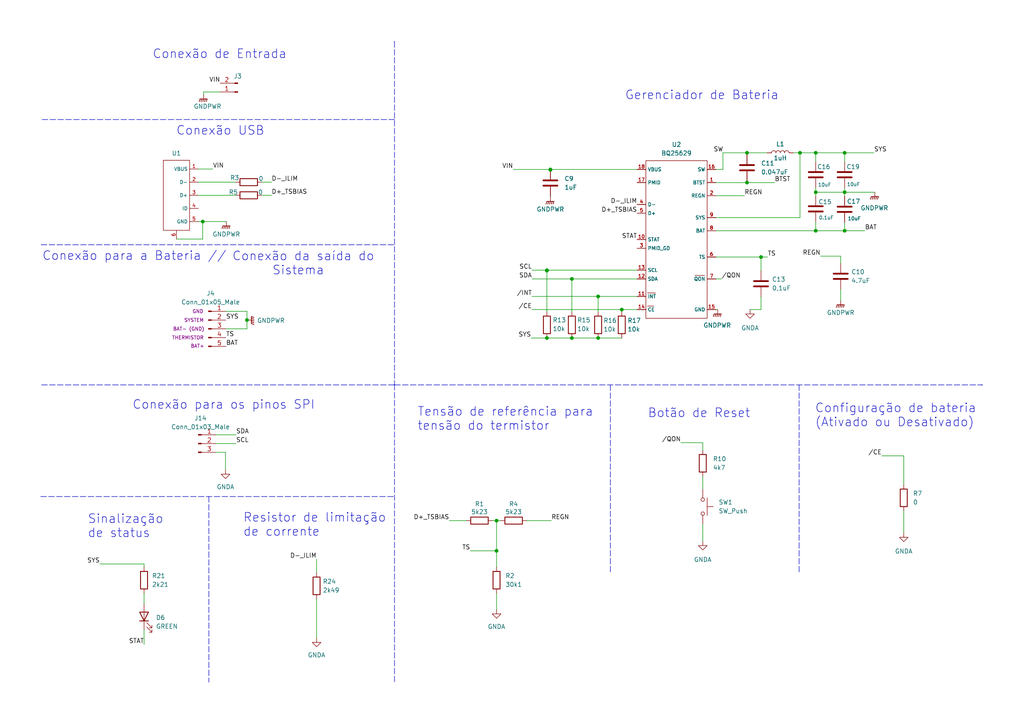
<source format=kicad_sch>
(kicad_sch (version 20211123) (generator eeschema)
  (paper "A4")
  (lib_symbols
    (symbol "Connector:Conn_01x02_Male" (pin_names (offset 1.016) hide)
      (property "Reference" "J" (at 0 2.54 0))
      (property "Value" "Conn_01x02_Male" (at 0 -5.08 0))
      (symbol "Conn_01x02_Male_1_1"
        (polyline (pts (xy 1.27 -2.54) (xy 0.8636 -2.54)) (stroke (width 0.1524)))
        (polyline (pts (xy 1.27 0) (xy 0.8636 0)) (stroke (width 0.1524)))
        (rectangle (start 0.8636 -2.413) (end 0 -2.667) (stroke (width 0.1524)) (fill (type outline)))
        (rectangle (start 0.8636 0.127) (end 0 -0.127) (stroke (width 0.1524)) (fill (type outline)))
        (pin passive line (at 5.08 0 180) (length 3.81) (name "Pin_1") (number "1"))
        (pin passive line (at 5.08 -2.54 180) (length 3.81) (name "Pin_2") (number "2"))
      )
    )
    (symbol "Connector:Conn_01x03_Male" (pin_names (offset 1.016) hide)
      (property "Reference" "J" (at 0 5.08 0))
      (property "Value" "Conn_01x03_Male" (at 0 -5.08 0))
      (symbol "Conn_01x03_Male_1_1"
        (polyline (pts (xy 1.27 -2.54) (xy 0.8636 -2.54)) (stroke (width 0.1524)))
        (polyline (pts (xy 1.27 0) (xy 0.8636 0)) (stroke (width 0.1524)))
        (polyline (pts (xy 1.27 2.54) (xy 0.8636 2.54)) (stroke (width 0.1524)))
        (rectangle (start 0.8636 -2.413) (end 0 -2.667) (stroke (width 0.1524)) (fill (type outline)))
        (rectangle (start 0.8636 0.127) (end 0 -0.127) (stroke (width 0.1524)) (fill (type outline)))
        (rectangle (start 0.8636 2.667) (end 0 2.413) (stroke (width 0.1524)) (fill (type outline)))
        (pin passive line (at 5.08 2.54 180) (length 3.81) (name "Pin_1") (number "1"))
        (pin passive line (at 5.08 0 180) (length 3.81) (name "Pin_2") (number "2"))
        (pin passive line (at 5.08 -2.54 180) (length 3.81) (name "Pin_3") (number "3"))
      )
    )
    (symbol "Connector:Conn_01x05_Male" (pin_names (offset 1.016) hide)
      (property "Reference" "J" (at 0 7.62 0))
      (property "Value" "Conn_01x05_Male" (at 0 -7.62 0))
      (symbol "Conn_01x05_Male_1_1"
        (polyline (pts (xy 1.27 -5.08) (xy 0.8636 -5.08)) (stroke (width 0.1524)))
        (polyline (pts (xy 1.27 -2.54) (xy 0.8636 -2.54)) (stroke (width 0.1524)))
        (polyline (pts (xy 1.27 0) (xy 0.8636 0)) (stroke (width 0.1524)))
        (polyline (pts (xy 1.27 2.54) (xy 0.8636 2.54)) (stroke (width 0.1524)))
        (polyline (pts (xy 1.27 5.08) (xy 0.8636 5.08)) (stroke (width 0.1524)))
        (rectangle (start 0.8636 -4.953) (end 0 -5.207) (stroke (width 0.1524)) (fill (type outline)))
        (rectangle (start 0.8636 -2.413) (end 0 -2.667) (stroke (width 0.1524)) (fill (type outline)))
        (rectangle (start 0.8636 0.127) (end 0 -0.127) (stroke (width 0.1524)) (fill (type outline)))
        (rectangle (start 0.8636 2.667) (end 0 2.413) (stroke (width 0.1524)) (fill (type outline)))
        (rectangle (start 0.8636 5.207) (end 0 4.953) (stroke (width 0.1524)) (fill (type outline)))
        (pin passive line (at 5.08 5.08 180) (length 3.81) (name "Pin_1") (number "1"))
        (pin passive line (at 5.08 2.54 180) (length 3.81) (name "Pin_2") (number "2"))
        (pin passive line (at 5.08 0 180) (length 3.81) (name "Pin_3") (number "3"))
        (pin passive line (at 5.08 -2.54 180) (length 3.81) (name "Pin_4") (number "4"))
        (pin passive line (at 5.08 -5.08 180) (length 3.81) (name "Pin_5") (number "5"))
      )
    )
    (symbol "Device:C" (pin_numbers hide) (pin_names (offset 0.254))
      (property "Reference" "C" (at 0.635 2.54 0))
      (property "Value" "C" (at 0.635 -2.54 0))
      (symbol "C_0_1"
        (polyline (pts (xy -2.032 -0.762) (xy 2.032 -0.762)) (stroke (width 0.508)))
        (polyline (pts (xy -2.032 0.762) (xy 2.032 0.762)) (stroke (width 0.508)))
      )
      (symbol "C_1_1"
        (pin passive line (at 0 3.81 270) (length 2.794) (name "~") (number "1"))
        (pin passive line (at 0 -3.81 90) (length 2.794) (name "~") (number "2"))
      )
    )
    (symbol "Device:L" (pin_numbers hide) (pin_names (offset 1.016) hide)
      (property "Reference" "L" (at -1.27 0 90))
      (property "Value" "L" (at 1.905 0 90))
      (symbol "L_0_1"
        (arc (start 0 -2.54) (mid 0.635 -1.905) (end 0 -1.27))
        (arc (start 0 -1.27) (mid 0.635 -0.635) (end 0 0))
        (arc (start 0 0) (mid 0.635 0.635) (end 0 1.27))
        (arc (start 0 1.27) (mid 0.635 1.905) (end 0 2.54))
      )
      (symbol "L_1_1"
        (pin passive line (at 0 3.81 270) (length 1.27) (name "1") (number "1"))
        (pin passive line (at 0 -3.81 90) (length 1.27) (name "2") (number "2"))
      )
    )
    (symbol "Device:LED" (pin_numbers hide) (pin_names (offset 1.016) hide)
      (property "Reference" "D" (at 0 2.54 0))
      (property "Value" "LED" (at 0 -2.54 0))
      (symbol "LED_0_1"
        (polyline (pts (xy -1.27 -1.27) (xy -1.27 1.27)) (stroke (width 0.254)))
        (polyline (pts (xy -1.27 0) (xy 1.27 0)))
        (polyline (pts (xy 1.27 -1.27) (xy 1.27 1.27) (xy -1.27 0) (xy 1.27 -1.27)) (stroke (width 0.254)))
        (polyline (pts (xy -3.048 -0.762) (xy -4.572 -2.286) (xy -3.81 -2.286) (xy -4.572 -2.286) (xy -4.572 -1.524)))
        (polyline (pts (xy -1.778 -0.762) (xy -3.302 -2.286) (xy -2.54 -2.286) (xy -3.302 -2.286) (xy -3.302 -1.524)))
      )
      (symbol "LED_1_1"
        (pin passive line (at -3.81 0 0) (length 2.54) (name "K") (number "1"))
        (pin passive line (at 3.81 0 180) (length 2.54) (name "A") (number "2"))
      )
    )
    (symbol "Device:R" (pin_numbers hide) (pin_names (offset 0))
      (property "Reference" "R" (at 2.032 0 90))
      (property "Value" "R" (at 0 0 90))
      (symbol "R_0_1"
        (rectangle (start -1.016 -2.54) (end 1.016 2.54) (stroke (width 0.254)))
      )
      (symbol "R_1_1"
        (pin passive line (at 0 3.81 270) (length 1.27) (name "~") (number "1"))
        (pin passive line (at 0 -3.81 90) (length 1.27) (name "~") (number "2"))
      )
    )
    (symbol "Switch:SW_Push" (pin_numbers hide) (pin_names (offset 1.016) hide)
      (property "Reference" "SW" (at 1.27 2.54 0))
      (property "Value" "SW_Push" (at 0 -1.524 0))
      (symbol "SW_Push_0_1"
        (circle (center -2.032 0) (radius 0.508))
        (polyline (pts (xy 0 1.27) (xy 0 3.048)))
        (polyline (pts (xy 2.54 1.27) (xy -2.54 1.27)))
        (circle (center 2.032 0) (radius 0.508))
        (pin passive line (at -5.08 0 0) (length 2.54) (name "1") (number "1"))
        (pin passive line (at 5.08 0 180) (length 2.54) (name "2") (number "2"))
      )
    )
    (symbol "gerenciador_de_bateria_simbolos:BQ25629"
      (property "Reference" "U" (at 0 2.54 0))
      (property "Value" "BQ25629" (at 0 0 0))
      (symbol "BQ25629_0_1"
        (rectangle (start -8.89 -2.54) (end 8.89 -48.26))
        (polyline (pts (xy -8.382 -44.704) (xy -6.604 -44.704)))
        (polyline (pts (xy -8.382 -40.894) (xy -6.096 -40.894)))
        (polyline (pts (xy 5.334 -35.814) (xy 8.128 -35.814)))
      )
      (symbol "BQ25629_1_1"
        (pin input line (at 11.43 -8.89 180) (length 2.54) (name "BTST") (number "1"))
        (pin input line (at -11.43 -25.4 0) (length 2.54) (name "STAT") (number "10"))
        (pin input line (at -11.43 -41.91 0) (length 2.54) (name "INT") (number "11"))
        (pin input line (at -11.43 -36.83 0) (length 2.54) (name "SDA") (number "12"))
        (pin input line (at -11.43 -34.29 0) (length 2.54) (name "SCL") (number "13"))
        (pin input line (at -11.43 -45.72 0) (length 2.54) (name "CE") (number "14"))
        (pin input line (at 11.43 -45.72 180) (length 2.54) (name "GND") (number "15"))
        (pin input line (at 11.43 -5.08 180) (length 2.54) (name "SW") (number "16"))
        (pin input line (at -11.43 -8.89 0) (length 2.54) (name "PMID") (number "17"))
        (pin input line (at -11.43 -5.08 0) (length 2.54) (name "VBUS") (number "18"))
        (pin input line (at 11.43 -12.7 180) (length 2.54) (name "REGN") (number "2"))
        (pin input line (at -11.43 -27.94 0) (length 2.54) (name "PMID_GD") (number "3"))
        (pin bidirectional line (at -11.43 -15.24 0) (length 2.54) (name "D-") (number "4"))
        (pin bidirectional line (at -11.43 -17.78 0) (length 2.54) (name "D+") (number "5"))
        (pin input line (at 11.43 -30.48 180) (length 2.54) (name "TS") (number "6"))
        (pin input line (at 11.43 -36.83 180) (length 2.54) (name "QON") (number "7"))
        (pin input line (at 11.43 -22.86 180) (length 2.54) (name "BAT") (number "8"))
        (pin input line (at 11.43 -19.05 180) (length 2.54) (name "SYS") (number "9"))
      )
    )
    (symbol "gerenciador_de_bateria_simbolos:USB_BQ25629"
      (property "Reference" "U" (at -3.81 -1.27 0))
      (symbol "USB_BQ25629_0_1"
        (rectangle (start -3.81 -2.54) (end 3.81 -22.86))
      )
      (symbol "USB_BQ25629_1_1"
        (pin input line (at 6.35 -5.08 180) (length 2.54) (name "VBUS") (number "1"))
        (pin input line (at 6.35 -8.89 180) (length 2.54) (name "D-") (number "2"))
        (pin input line (at 6.35 -12.7 180) (length 2.54) (name "D+") (number "3"))
        (pin input line (at 6.35 -16.51 180) (length 2.54) (name "ID") (number "4"))
        (pin input line (at 6.35 -20.32 180) (length 2.54) (name "GND") (number "5"))
        (pin input line (at 0 -25.4 90) (length 2.54) (name "") (number "6"))
      )
    )
    (symbol "power:GNDA" (power) (pin_names (offset 0))
      (property "Value" "GNDA" (at 0 -3.81 0))
      (symbol "GNDA_0_1"
        (polyline (pts (xy 0 0) (xy 0 -1.27) (xy 1.27 -1.27) (xy 0 -2.54) (xy -1.27 -1.27) (xy 0 -1.27)))
      )
      (symbol "GNDA_1_1"
        (pin power_in line (at 0 0 270) (length 0) hide (name "GNDA") (number "1"))
      )
    )
    (symbol "power:GNDPWR" (power) (pin_names (offset 0))
      (property "Value" "GNDPWR" (at 0 -3.302 0))
      (symbol "GNDPWR_0_1"
        (polyline (pts (xy 0 -1.27) (xy 0 0)))
        (polyline (pts (xy -1.016 -1.27) (xy -1.27 -2.032) (xy -1.27 -2.032)) (stroke (width 0.2032)))
        (polyline (pts (xy -0.508 -1.27) (xy -0.762 -2.032) (xy -0.762 -2.032)) (stroke (width 0.2032)))
        (polyline (pts (xy 0 -1.27) (xy -0.254 -2.032) (xy -0.254 -2.032)) (stroke (width 0.2032)))
        (polyline (pts (xy 0.508 -1.27) (xy 0.254 -2.032) (xy 0.254 -2.032)) (stroke (width 0.2032)))
        (polyline (pts (xy 1.016 -1.27) (xy -1.016 -1.27) (xy -1.016 -1.27)) (stroke (width 0.2032)))
        (polyline (pts (xy 1.016 -1.27) (xy 0.762 -2.032) (xy 0.762 -2.032) (xy 0.762 -2.032)) (stroke (width 0.2032)))
      )
      (symbol "GNDPWR_1_1"
        (pin power_in line (at 0 0 270) (length 0) hide (name "GNDPWR") (number "1"))
      )
    )
  )
  (junction (at 158.623 78.486))
  (junction (at 180.34 89.789))
  (junction (at 236.601 44.323))
  (junction (at 71.628 92.837))
  (junction (at 165.862 80.899))
  (junction (at 244.983 44.323))
  (junction (at 236.601 66.929))
  (junction (at 173.482 98.044))
  (junction (at 159.639 49.276))
  (junction (at 232.029 44.323))
  (junction (at 244.983 55.753))
  (junction (at 165.862 98.044))
  (junction (at 158.623 98.044))
  (junction (at 216.662 44.323))
  (junction (at 58.801 64.262))
  (junction (at 144.018 151.003))
  (junction (at 216.662 52.959))
  (junction (at 236.601 55.753))
  (junction (at 244.983 66.929))
  (junction (at 220.726 74.549))
  (junction (at 159.639 49.149))
  (junction (at 144.018 159.766))
  (junction (at 158.623 78.359))
  (junction (at 173.482 85.979))
  (wire (pts (xy 236.601 55.753) (xy 236.601 56.769)))
  (wire (pts (xy 58.801 64.262) (xy 65.659 64.262)))
  (wire (pts (xy 136.398 159.766) (xy 144.018 159.766)))
  (wire (pts (xy 207.645 74.549) (xy 220.726 74.549)))
  (wire (pts (xy 173.482 85.979) (xy 184.785 85.979)))
  (wire (pts (xy 220.726 86.106) (xy 220.726 89.789)))
  (wire (pts (xy 144.018 164.465) (xy 144.018 159.766)))
  (wire (pts (xy 220.726 78.486) (xy 220.726 74.549)))
  (polyline (pts (xy 231.775 111.633) (xy 231.775 166.116)))
  (polyline (pts (xy 114.427 111.633) (xy 114.427 111.506)))
  (wire (pts (xy 207.645 63.119) (xy 232.029 63.119)))
  (polyline (pts (xy 114.427 111.506) (xy 114.427 197.866)))
  (polyline (pts (xy 12.192 34.671) (xy 114.427 34.671)))
  (wire (pts (xy 203.835 152.019) (xy 203.835 156.972)))
  (wire (pts (xy 41.783 182.626) (xy 41.783 186.944)))
  (polyline (pts (xy 114.3 12.065) (xy 114.427 12.065)))
  (wire (pts (xy 230.124 44.323) (xy 232.029 44.323)))
  (wire (pts (xy 59.055 26.67) (xy 63.881 26.67)))
  (wire (pts (xy 236.601 44.323) (xy 236.601 46.863)))
  (wire (pts (xy 184.785 49.149) (xy 159.639 49.149)))
  (wire (pts (xy 203.835 138.176) (xy 203.835 141.859)))
  (wire (pts (xy 244.983 55.753) (xy 236.601 55.753)))
  (wire (pts (xy 91.821 173.736) (xy 91.821 185.039)))
  (wire (pts (xy 207.645 80.899) (xy 209.296 80.899)))
  (wire (pts (xy 262.128 132.207) (xy 262.128 140.589)))
  (wire (pts (xy 91.821 162.179) (xy 91.821 166.116)))
  (wire (pts (xy 232.029 44.323) (xy 236.601 44.323)))
  (wire (pts (xy 207.645 52.959) (xy 216.662 52.959)))
  (wire (pts (xy 243.84 74.295) (xy 237.998 74.295)))
  (wire (pts (xy 244.983 54.483) (xy 244.983 55.753)))
  (wire (pts (xy 244.983 44.323) (xy 253.492 44.323)))
  (wire (pts (xy 216.662 52.959) (xy 224.663 52.959)))
  (wire (pts (xy 58.801 69.342) (xy 58.801 64.262)))
  (wire (pts (xy 152.781 151.003) (xy 159.893 151.003)))
  (wire (pts (xy 203.835 128.397) (xy 203.835 130.556)))
  (wire (pts (xy 62.611 128.651) (xy 68.453 128.651)))
  (wire (pts (xy 220.726 74.549) (xy 222.631 74.549)))
  (wire (pts (xy 51.181 69.342) (xy 58.801 69.342)))
  (polyline (pts (xy 284.607 111.633) (xy 284.861 111.633)))
  (polyline (pts (xy 60.579 144.018) (xy 60.579 197.866)))
  (wire (pts (xy 216.662 44.831) (xy 216.662 44.323)))
  (polyline (pts (xy 177.038 111.633) (xy 177.038 165.989)))
  (wire (pts (xy 62.611 126.111) (xy 68.453 126.111)))
  (polyline (pts (xy 114.427 111.633) (xy 284.988 111.633)))
  (polyline (pts (xy 12.065 111.633) (xy 114.427 111.633)))
  (wire (pts (xy 173.482 98.044) (xy 180.34 98.044)))
  (wire (pts (xy 57.531 56.642) (xy 68.326 56.642)))
  (wire (pts (xy 207.645 56.769) (xy 215.9 56.769)))
  (wire (pts (xy 236.601 66.929) (xy 244.983 66.929)))
  (wire (pts (xy 217.551 89.789) (xy 220.726 89.789)))
  (wire (pts (xy 165.862 80.899) (xy 184.785 80.899)))
  (polyline (pts (xy 11.938 70.993) (xy 114.427 70.993)))
  (wire (pts (xy 165.862 98.044) (xy 173.482 98.044)))
  (wire (pts (xy 209.677 44.323) (xy 216.662 44.323)))
  (wire (pts (xy 142.875 151.003) (xy 144.018 151.003)))
  (wire (pts (xy 57.531 49.022) (xy 61.722 49.022)))
  (wire (pts (xy 180.34 89.789) (xy 184.785 89.789)))
  (wire (pts (xy 216.662 44.323) (xy 222.504 44.323)))
  (wire (pts (xy 75.946 52.832) (xy 78.74 52.832)))
  (wire (pts (xy 41.783 164.465) (xy 41.783 163.576)))
  (wire (pts (xy 75.946 56.642) (xy 78.74 56.642)))
  (wire (pts (xy 71.628 90.297) (xy 71.628 92.837)))
  (wire (pts (xy 243.84 76.327) (xy 243.84 74.295)))
  (wire (pts (xy 154.305 85.979) (xy 173.482 85.979)))
  (wire (pts (xy 244.983 66.929) (xy 250.825 66.929)))
  (wire (pts (xy 243.84 83.947) (xy 243.84 87.122)))
  (wire (pts (xy 57.531 64.262) (xy 58.801 64.262)))
  (wire (pts (xy 144.018 151.003) (xy 144.018 159.766)))
  (wire (pts (xy 197.485 128.397) (xy 203.835 128.397)))
  (wire (pts (xy 207.645 49.149) (xy 209.677 49.149)))
  (wire (pts (xy 180.34 89.789) (xy 180.34 90.424)))
  (wire (pts (xy 244.983 55.753) (xy 244.983 56.896)))
  (wire (pts (xy 207.645 89.789) (xy 208.153 89.789)))
  (wire (pts (xy 207.645 66.929) (xy 236.601 66.929)))
  (wire (pts (xy 209.677 49.149) (xy 209.677 44.323)))
  (wire (pts (xy 144.018 172.085) (xy 144.018 176.784)))
  (wire (pts (xy 154.305 89.789) (xy 180.34 89.789)))
  (wire (pts (xy 253.746 55.753) (xy 244.983 55.753)))
  (wire (pts (xy 71.628 92.837) (xy 71.628 95.377)))
  (wire (pts (xy 158.623 90.424) (xy 158.623 78.486)))
  (wire (pts (xy 165.862 80.899) (xy 165.862 90.424)))
  (wire (pts (xy 65.532 95.377) (xy 71.628 95.377)))
  (wire (pts (xy 28.956 163.576) (xy 41.783 163.576)))
  (wire (pts (xy 57.531 52.832) (xy 68.326 52.832)))
  (wire (pts (xy 158.623 98.044) (xy 165.862 98.044)))
  (wire (pts (xy 159.639 56.896) (xy 159.639 57.15)))
  (wire (pts (xy 59.055 27.432) (xy 59.055 26.67)))
  (wire (pts (xy 158.623 78.359) (xy 184.785 78.359)))
  (wire (pts (xy 130.302 151.003) (xy 135.255 151.003)))
  (wire (pts (xy 154.305 80.899) (xy 165.862 80.899)))
  (wire (pts (xy 154.051 98.044) (xy 158.623 98.044)))
  (wire (pts (xy 262.128 148.209) (xy 262.128 154.559)))
  (wire (pts (xy 216.662 52.451) (xy 216.662 52.959)))
  (wire (pts (xy 232.029 63.119) (xy 232.029 44.323)))
  (polyline (pts (xy 114.427 12.065) (xy 114.427 111.633)))
  (wire (pts (xy 244.983 64.516) (xy 244.983 66.929)))
  (wire (pts (xy 173.482 85.979) (xy 173.482 90.424)))
  (wire (pts (xy 65.405 136.271) (xy 65.405 131.191)))
  (wire (pts (xy 65.532 90.297) (xy 71.628 90.297)))
  (wire (pts (xy 65.405 131.191) (xy 62.611 131.191)))
  (wire (pts (xy 154.305 78.359) (xy 158.623 78.359)))
  (wire (pts (xy 236.601 64.389) (xy 236.601 66.929)))
  (wire (pts (xy 236.601 55.753) (xy 236.601 54.483)))
  (wire (pts (xy 41.783 172.085) (xy 41.783 175.006)))
  (wire (pts (xy 236.601 44.323) (xy 244.983 44.323)))
  (polyline (pts (xy 11.811 144.018) (xy 114.427 144.018)))
  (wire (pts (xy 159.639 49.149) (xy 159.639 49.276)))
  (wire (pts (xy 255.778 132.207) (xy 262.128 132.207)))
  (wire (pts (xy 244.983 44.323) (xy 244.983 46.863)))
  (wire (pts (xy 158.623 78.486) (xy 158.623 78.359)))
  (wire (pts (xy 148.844 49.149) (xy 159.639 49.149)))
  (wire (pts (xy 144.018 151.003) (xy 145.161 151.003)))
  (text "Conexão para a Bateria //" (at 12.192 75.819 0) (effects (font (size 2.54 2.54)) (justify left bottom)))
  (text "Sinalização \nde status" (at 25.4 156.21 0) (effects (font (size 2.54 2.54)) (justify left bottom)))
  (text "Configuração de bateria\n(Ativado ou Desativado)" (at 236.347 124.079 0) (effects (font (size 2.54 2.54)) (justify left bottom)))
  (text "Gerenciador de Bateria " (at 181.229 29.21 0) (effects (font (size 2.54 2.54)) (justify left bottom)))
  (text "Conexão de Entrada " (at 44.196 17.272 0) (effects (font (size 2.54 2.54)) (justify left bottom)))
  (text "Tensão de referência para\ntensão do termistor " (at 121.031 125.095 0) (effects (font (size 2.54 2.54)) (justify left bottom)))
  (text "Conexão USB" (at 51.054 39.497 0) (effects (font (size 2.54 2.54)) (justify left bottom)))
  (text "Resistor de limitação\nde corrente " (at 70.485 155.829 0) (effects (font (size 2.54 2.54)) (justify left bottom)))
  (text "Conexão para os pinos SPI" (at 38.354 118.999 0) (effects (font (size 2.54 2.54)) (justify left bottom)))
  (text "Botão de Reset" (at 187.833 121.412 0) (effects (font (size 2.54 2.54)) (justify left bottom)))
  (text "Conexão da saída do\n      Sistema" (at 67.31 80.01 0) (effects (font (size 2.54 2.54)) (justify left bottom)))
  (label "SYS" (at 65.532 92.837 0))
  (label "SYS" (at 154.051 98.044 180))
  (label "D-_ILIM" (at 184.785 59.309 180))
  (label "STAT" (at 184.785 69.469 180))
  (label "BTST" (at 224.663 52.959 0))
  (label "VIN" (at 63.881 24.13 180))
  (label "SDA" (at 68.453 126.111 0))
  (label "{slash}QON" (at 209.296 80.899 0))
  (label "REGN" (at 237.998 74.295 180))
  (label "SYS" (at 253.492 44.323 0))
  (label "VIN" (at 148.844 49.149 180))
  (label "BAT" (at 65.532 100.457 0))
  (label "TS" (at 65.532 97.917 0))
  (label "{slash}INT" (at 154.305 85.979 180))
  (label "D+_TSBIAS" (at 130.302 151.003 180))
  (label "{slash}CE" (at 154.305 89.789 180))
  (label "D-_ILIM" (at 91.821 162.179 180))
  (label "STAT" (at 41.783 186.944 180))
  (label "{slash}QON" (at 197.485 128.397 180))
  (label "D+_TSBIAS" (at 184.785 61.849 180))
  (label "{slash}CE" (at 255.778 132.207 180))
  (label "REGN" (at 215.9 56.769 0))
  (label "D+_TSBIAS" (at 78.74 56.642 0))
  (label "D-_ILIM" (at 78.74 52.832 0))
  (label "SW" (at 209.804 44.323 180))
  (label "REGN" (at 159.893 151.003 0))
  (label "TS" (at 222.631 74.549 0))
  (label "VIN" (at 61.722 49.022 0))
  (label "TS" (at 136.398 159.766 180))
  (label "SCL" (at 68.453 128.651 0))
  (label "SCL" (at 154.305 78.359 180))
  (label "SYS" (at 28.956 163.576 180))
  (label "BAT" (at 250.825 66.929 0))
  (label "SDA" (at 154.305 80.899 180))
  (symbol (lib_id "power:GNDA") (at 217.551 89.789 0) (unit 1)
    (property "Reference" "#PWR0101" (effects hide))
    (property "Value" "GNDA" (at 217.551 95.123 0))
  )
  (symbol (lib_id "Device:C") (at 236.601 60.579 0) (unit 1)
    (property "Reference" "C15" (at 237.363 58.547 0) (effects (justify left)))
    (property "Value" "0.1uF" (at 237.49 63.119 0) (effects (font (size 1 1)) (justify left)))
    (property "Footprint" "Capacitor_SMD:C_0805_2012Metric" (effects hide))
  )
  (symbol (lib_id "Connector:Conn_01x02_Male") (at 68.961 26.67 180) (unit 1)
    (property "Reference" "J3" (at 68.961 22.098 0))
    (property "Value" "Conn_01x02_Male" (effects hide))
    (property "Footprint" "Connector_PinHeader_2.54mm:PinHeader_1x02_P2.54mm_Vertical" (effects hide))
  )
  (symbol (lib_id "power:GNDPWR") (at 253.746 55.753 0) (unit 1)
    (property "Reference" "#PWR019" (effects hide))
    (property "Value" "GNDPWR" (at 253.619 60.325 0))
  )
  (symbol (lib_id "Device:R") (at 139.065 151.003 90) (unit 1)
    (property "Reference" "R1" (at 139.065 146.177 90))
    (property "Value" "5k23" (at 139.065 148.463 90))
    (property "Footprint" "Resistor_SMD:R_0805_2012Metric" (effects hide))
  )
  (symbol (lib_id "Device:R") (at 144.018 168.275 0) (unit 1)
    (property "Reference" "R2" (at 146.558 167.0049 0) (effects (justify left)))
    (property "Value" "30k1" (at 146.558 169.5449 0) (effects (justify left)))
    (property "Footprint" "Resistor_SMD:R_0805_2012Metric" (effects hide))
  )
  (symbol (lib_id "power:GNDA") (at 91.821 185.039 0) (unit 1)
    (property "Reference" "#PWR018" (effects hide))
    (property "Value" "GNDA" (at 91.821 189.992 0))
  )
  (symbol (lib_id "Switch:SW_Push") (at 203.835 146.939 270) (unit 1)
    (property "Reference" "SW1" (at 208.407 145.6689 90) (effects (justify left)))
    (property "Value" "SW_Push" (at 208.407 148.2089 90) (effects (justify left)))
    (property "Footprint" "Button_Switch_SMD:SW_SPST_B3U-1000P" (effects hide))
  )
  (symbol (lib_id "Device:LED") (at 41.783 178.816 90) (unit 1)
    (property "Reference" "D6" (at 45.212 179.1334 90) (effects (justify right)))
    (property "Value" "GREEN" (at 45.212 181.6734 90) (effects (justify right)))
    (property "Footprint" "LED_SMD:LED_0805_2012Metric" (effects hide))
  )
  (symbol (lib_id "power:GNDPWR") (at 243.84 87.122 0) (unit 1)
    (property "Reference" "#PWR013" (effects hide))
    (property "Value" "GNDPWR" (at 243.84 90.678 0))
  )
  (symbol (lib_id "Device:C") (at 159.639 53.086 0) (unit 1)
    (property "Reference" "C9" (at 163.703 51.8159 0) (effects (justify left)))
    (property "Value" "1uF" (at 163.703 54.3559 0) (effects (justify left)))
    (property "Footprint" "Capacitor_SMD:C_0805_2012Metric" (effects hide))
  )
  (symbol (lib_id "Device:R") (at 72.136 56.642 90) (unit 1)
    (property "Reference" "R5" (at 67.691 55.753 90))
    (property "Value" "0" (at 75.565 55.753 90))
    (property "Footprint" "Resistor_SMD:R_0805_2012Metric" (effects hide))
  )
  (symbol (lib_id "power:GNDPWR") (at 159.639 57.15 0) (unit 1)
    (property "Reference" "#PWR011" (effects hide))
    (property "Value" "GNDPWR" (at 159.639 60.706 0))
  )
  (symbol (lib_id "Device:R") (at 91.821 169.926 0) (unit 1)
    (property "Reference" "R24" (at 93.599 168.6559 0) (effects (justify left)))
    (property "Value" "2k49" (at 93.599 171.1959 0) (effects (justify left)))
    (property "Footprint" "Resistor_SMD:R_0805_2012Metric" (effects hide))
  )
  (symbol (lib_id "Device:C") (at 243.84 80.137 0) (unit 1)
    (property "Reference" "C10" (at 246.888 78.8669 0) (effects (justify left)))
    (property "Value" "4.7uF" (at 246.888 81.4069 0) (effects (justify left)))
    (property "Footprint" "Capacitor_SMD:C_0805_2012Metric" (effects hide))
  )
  (symbol (lib_id "Device:R") (at 262.128 144.399 0) (unit 1)
    (property "Reference" "R7" (at 264.795 143.1289 0) (effects (justify left)))
    (property "Value" "0" (at 264.795 145.6689 0) (effects (justify left)))
    (property "Footprint" "Resistor_SMD:R_0805_2012Metric" (effects hide))
  )
  (symbol (lib_id "power:GNDA") (at 144.018 176.784 0) (unit 1)
    (property "Reference" "#PWR02" (effects hide))
    (property "Value" "GNDA" (at 144.018 181.737 0))
  )
  (symbol (lib_id "Device:C") (at 220.726 82.296 0) (unit 1)
    (property "Reference" "C13" (at 223.901 81.0259 0) (effects (justify left)))
    (property "Value" "0,1uF" (at 223.901 83.5659 0) (effects (justify left)))
    (property "Footprint" "Capacitor_SMD:C_0805_2012Metric" (effects hide))
  )
  (symbol (lib_id "Device:R") (at 173.482 94.234 0) (unit 1)
    (property "Reference" "R16" (at 175.006 92.964 0) (effects (justify left)))
    (property "Value" "10k" (at 175.006 95.504 0) (effects (justify left)))
    (property "Footprint" "Resistor_SMD:R_0805_2012Metric" (effects hide))
  )
  (symbol (lib_id "power:GNDPWR") (at 71.628 92.837 90) (unit 1)
    (property "Reference" "#PWR0102" (effects hide))
    (property "Value" "GNDPWR" (at 74.549 92.9639 90) (effects (justify right)))
  )
  (symbol (lib_id "power:GNDPWR") (at 59.055 27.432 0) (unit 1)
    (property "Reference" "#PWR03" (effects hide))
    (property "Value" "GNDPWR" (at 60.198 30.861 0))
  )
  (symbol (lib_id "Device:C") (at 216.662 48.641 0) (unit 1)
    (property "Reference" "C11" (at 220.726 47.3709 0) (effects (justify left)))
    (property "Value" "0.047uF" (at 220.726 49.9109 0) (effects (justify left)))
    (property "Footprint" "Capacitor_SMD:C_0805_2012Metric" (effects hide))
  )
  (symbol (lib_id "Device:R") (at 158.623 94.234 0) (unit 1)
    (property "Reference" "R13" (at 160.274 92.837 0) (effects (justify left)))
    (property "Value" "10k" (at 160.274 95.377 0) (effects (justify left)))
    (property "Footprint" "Resistor_SMD:R_0805_2012Metric" (effects hide))
  )
  (symbol (lib_id "power:GNDA") (at 203.835 156.972 0) (unit 1)
    (property "Reference" "#PWR07" (effects hide))
    (property "Value" "GNDA" (at 203.835 162.306 0))
  )
  (symbol (lib_id "Device:R") (at 41.783 168.275 0) (unit 1)
    (property "Reference" "R21" (at 44.069 167.0049 0) (effects (justify left)))
    (property "Value" "2k21" (at 44.069 169.5449 0) (effects (justify left)))
    (property "Footprint" "Resistor_SMD:R_0805_2012Metric" (effects hide))
  )
  (symbol (lib_id "Device:R") (at 72.136 52.832 90) (unit 1)
    (property "Reference" "R3" (at 68.072 51.562 90))
    (property "Value" "0" (at 75.692 51.816 90))
    (property "Footprint" "Resistor_SMD:R_0805_2012Metric" (effects hide))
  )
  (symbol (lib_id "Device:L") (at 226.314 44.323 90) (unit 1)
    (property "Reference" "L1" (at 226.314 41.783 90))
    (property "Value" "1uH" (at 226.314 45.847 90))
    (property "Footprint" "Inductor_SMD:L_1210_3225Metric" (effects hide))
  )
  (symbol (lib_id "Device:C") (at 244.983 50.673 0) (unit 1)
    (property "Reference" "C19" (at 245.491 48.387 0) (effects (justify left)))
    (property "Value" "10uF" (at 245.618 53.467 0) (effects (font (size 1 1)) (justify left)))
    (property "Footprint" "Capacitor_SMD:C_0805_2012Metric" (effects hide))
  )
  (symbol (lib_id "Device:R") (at 203.835 134.366 0) (unit 1)
    (property "Reference" "R10" (at 206.756 133.0959 0) (effects (justify left)))
    (property "Value" "4k7" (at 206.756 135.6359 0) (effects (justify left)))
    (property "Footprint" "Resistor_SMD:R_0805_2012Metric" (effects hide))
  )
  (symbol (lib_id "Connector:Conn_01x03_Male") (at 57.531 128.651 0) (unit 1)
    (property "Reference" "J14" (at 58.166 121.285 0))
    (property "Value" "Conn_01x03_Male" (at 58.166 123.825 0))
    (property "Footprint" "Connector_PinHeader_2.54mm:PinHeader_1x03_P2.54mm_Vertical" (effects hide))
  )
  (symbol (lib_id "Device:R") (at 148.971 151.003 90) (unit 1)
    (property "Reference" "R4" (at 148.971 146.177 90))
    (property "Value" "5k23" (at 148.971 148.463 90))
    (property "Footprint" "Resistor_SMD:R_0805_2012Metric" (effects hide))
  )
  (symbol (lib_id "power:GNDPWR") (at 65.659 64.262 0) (unit 1)
    (property "Reference" "#PWR05" (effects hide))
    (property "Value" "GNDPWR" (at 65.659 67.945 0))
  )
  (symbol (lib_id "Device:C") (at 236.601 50.673 0) (unit 1)
    (property "Reference" "C16" (at 236.982 48.387 0) (effects (justify left)))
    (property "Value" "10uF" (at 237.236 53.594 0) (effects (font (size 1 1)) (justify left)))
    (property "Footprint" "Capacitor_SMD:C_0805_2012Metric" (effects hide))
  )
  (symbol (lib_id "gerenciador_de_bateria_simbolos:USB_BQ25629") (at 51.181 43.942 0) (unit 1)
    (property "Reference" "U1" (at 51.181 44.45 0))
    (property "Value" "USB_BQ25629" (effects hide))
    (property "Footprint" "Connector_USB:USB_Micro-B_Amphenol_10118194_Horizontal" (effects hide))
  )
  (symbol (lib_id "power:GNDA") (at 65.405 136.271 0) (unit 1)
    (property "Reference" "#PWR012" (effects hide))
    (property "Value" "GNDA" (at 65.405 141.224 0))
  )
  (symbol (lib_id "Device:R") (at 180.34 94.234 0) (unit 1)
    (property "Reference" "R17" (at 181.991 92.964 0) (effects (justify left)))
    (property "Value" "10k" (at 181.991 95.504 0) (effects (justify left)))
    (property "Footprint" "Resistor_SMD:R_0805_2012Metric" (effects hide))
  )
  (symbol (lib_id "power:GNDA") (at 262.128 154.559 0) (unit 1)
    (property "Reference" "#PWR08" (effects hide))
    (property "Value" "GNDA" (at 262.128 159.893 0))
  )
  (symbol (lib_id "power:GNDPWR") (at 208.153 89.789 0) (unit 1)
    (property "Reference" "#PWR015" (effects hide))
    (property "Value" "GNDPWR" (at 208.026 94.361 0))
  )
  (symbol (lib_id "Connector:Conn_01x05_Male") (at 60.452 95.377 0) (unit 1)
    (property "Reference" "J4" (at 61.087 85.09 0))
    (property "Value" "Conn_01x05_Male" (at 61.087 87.63 0))
    (property "Footprint" "Connector_PinHeader_2.54mm:PinHeader_1x05_P2.54mm_Vertical" (effects hide))
    (property "Campo4" "SYSTEM" (at 56.261 92.837 0) (effects (font (size 1 1))))
    (property "Campo5" "GND" (at 57.404 90.297 0) (effects (font (size 1 1))))
    (property "Campo6" "BAT- (GND)" (at 54.737 95.377 0) (effects (font (size 1 1))))
    (property "Campo7" "THERMISTOR" (at 54.483 97.917 0) (effects (font (size 1 1))))
    (property "Campo8" "BAT+" (at 57.277 100.33 0) (effects (font (size 1 1))))
  )
  (symbol (lib_id "Device:C") (at 244.983 60.706 0) (unit 1)
    (property "Reference" "C17" (at 245.618 58.42 0) (effects (justify left)))
    (property "Value" "10uF" (at 245.872 63.373 0) (effects (font (size 1 1)) (justify left)))
    (property "Footprint" "Capacitor_SMD:C_0805_2012Metric" (effects hide))
  )
  (symbol (lib_id "gerenciador_de_bateria_simbolos:BQ25629") (at 196.215 44.069 0) (unit 1)
    (property "Reference" "U2" (at 196.215 41.91 0))
    (property "Value" "BQ25629" (at 196.215 44.45 0))
    (property "Footprint" "gerenciador_de_bateria_fp:WQFN-HR18_RYK_TEX" (effects hide))
  )
  (symbol (lib_id "Device:R") (at 165.862 94.234 0) (unit 1)
    (property "Reference" "R15" (at 167.386 92.837 0) (effects (justify left)))
    (property "Value" "10k" (at 167.386 95.377 0) (effects (justify left)))
    (property "Footprint" "Resistor_SMD:R_0805_2012Metric" (effects hide))
  )
)
</source>
